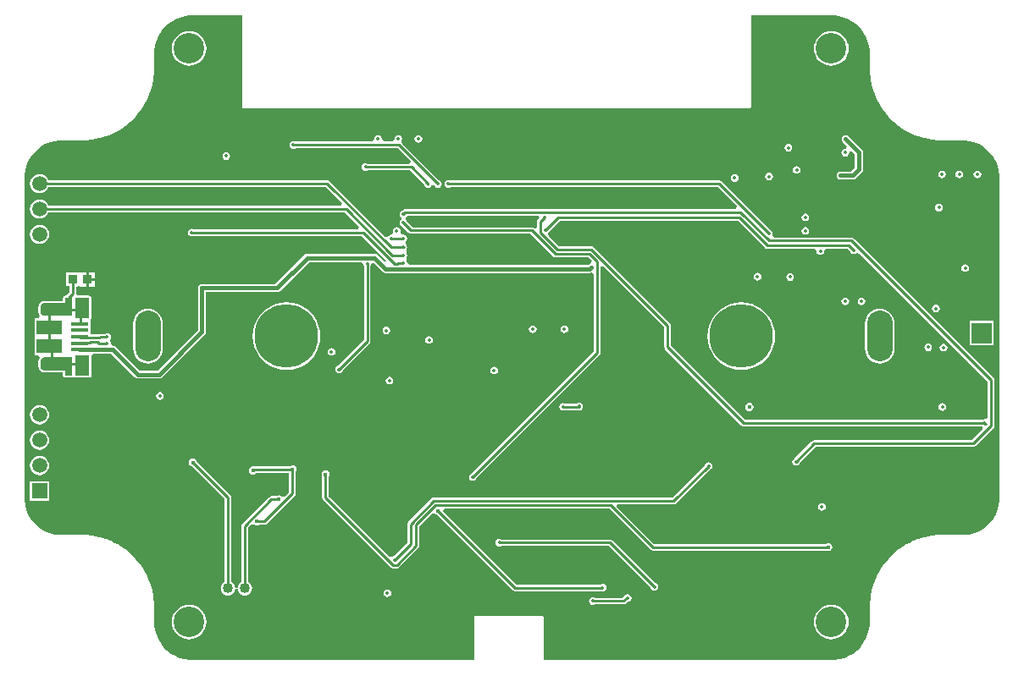
<source format=gbl>
G04*
G04 #@! TF.GenerationSoftware,Altium Limited,Altium Designer,21.6.4 (81)*
G04*
G04 Layer_Physical_Order=4*
G04 Layer_Color=16711680*
%FSLAX25Y25*%
%MOIN*%
G70*
G04*
G04 #@! TF.SameCoordinates,D92126B2-5F21-4161-9152-1B55B43E0DBD*
G04*
G04*
G04 #@! TF.FilePolarity,Positive*
G04*
G01*
G75*
%ADD11C,0.01000*%
%ADD21R,0.03800X0.03700*%
%ADD98C,0.00847*%
%ADD99C,0.01500*%
%ADD105C,0.04000*%
%ADD106C,0.25000*%
%ADD107O,0.10000X0.20000*%
%ADD108R,0.08000X0.08000*%
%ADD109O,0.06693X0.04724*%
%ADD110O,0.05512X0.03937*%
%ADD111C,0.05906*%
%ADD112R,0.05906X0.05906*%
%ADD113C,0.12000*%
%ADD114C,0.01600*%
%ADD115C,0.01400*%
%ADD127R,0.06890X0.01575*%
%ADD128R,0.09843X0.05610*%
%ADD129R,0.05748X0.07874*%
G36*
X321802Y254659D02*
X323667Y254159D01*
X325451Y253420D01*
X327123Y252455D01*
X328655Y251280D01*
X330020Y249915D01*
X331195Y248383D01*
X332161Y246711D01*
X332899Y244927D01*
X333399Y243062D01*
X333651Y241148D01*
X333651Y240182D01*
Y234277D01*
X333654Y234264D01*
X333651Y234252D01*
X333685Y232900D01*
X333693Y232863D01*
X333689Y232825D01*
X333954Y230133D01*
X333969Y230085D01*
Y230034D01*
X334497Y227382D01*
X334516Y227335D01*
X334521Y227285D01*
X335306Y224697D01*
X335330Y224652D01*
X335340Y224602D01*
X336375Y222104D01*
X336403Y222062D01*
X336418Y222013D01*
X337692Y219628D01*
X337724Y219589D01*
X337744Y219542D01*
X339246Y217294D01*
X339282Y217258D01*
X339306Y217213D01*
X341022Y215123D01*
X341061Y215091D01*
X341089Y215049D01*
X343001Y213136D01*
X343043Y213108D01*
X343075Y213069D01*
X345166Y211353D01*
X345211Y211329D01*
X345246Y211294D01*
X347495Y209791D01*
X347542Y209772D01*
X347581Y209740D01*
X349966Y208465D01*
X350014Y208450D01*
X350057Y208422D01*
X352555Y207387D01*
X352605Y207377D01*
X352649Y207353D01*
X355238Y206568D01*
X355288Y206563D01*
X355334Y206544D01*
X357987Y206016D01*
X358038D01*
X358086Y206002D01*
X360777Y205736D01*
X360815Y205740D01*
X360853Y205732D01*
X362205Y205699D01*
X362217Y205701D01*
X362230Y205698D01*
X371069D01*
X372983Y205446D01*
X374848Y204947D01*
X376632Y204208D01*
X378304Y203242D01*
X379836Y202067D01*
X381201Y200702D01*
X382376Y199170D01*
X383342Y197498D01*
X384081Y195714D01*
X384580Y193849D01*
X384832Y191935D01*
Y190970D01*
Y64986D01*
Y64020D01*
X384580Y62106D01*
X384081Y60241D01*
X383342Y58457D01*
X382376Y56785D01*
X381201Y55254D01*
X379836Y53888D01*
X378304Y52713D01*
X376632Y51748D01*
X374848Y51009D01*
X372983Y50509D01*
X371069Y50257D01*
X370104Y50257D01*
X362230D01*
X362217Y50255D01*
X362205Y50257D01*
X360853Y50224D01*
X360815Y50215D01*
X360777Y50219D01*
X358086Y49954D01*
X358038Y49939D01*
X357987D01*
X355334Y49412D01*
X355288Y49392D01*
X355238Y49387D01*
X352649Y48602D01*
X352605Y48578D01*
X352555Y48568D01*
X350057Y47534D01*
X350014Y47506D01*
X349966Y47491D01*
X347581Y46216D01*
X347542Y46184D01*
X347495Y46164D01*
X345246Y44662D01*
X345211Y44626D01*
X345166Y44602D01*
X343075Y42887D01*
X343043Y42847D01*
X343001Y42819D01*
X341089Y40907D01*
X341061Y40865D01*
X341022Y40833D01*
X339306Y38742D01*
X339282Y38698D01*
X339246Y38662D01*
X337744Y36413D01*
X337724Y36366D01*
X337692Y36327D01*
X336418Y33942D01*
X336403Y33894D01*
X336375Y33852D01*
X335340Y31353D01*
X335330Y31304D01*
X335306Y31259D01*
X334521Y28671D01*
X334516Y28620D01*
X334497Y28574D01*
X333969Y25921D01*
Y25871D01*
X333954Y25822D01*
X333689Y23131D01*
X333693Y23093D01*
X333685Y23056D01*
X333651Y21704D01*
X333654Y21691D01*
X333651Y21678D01*
Y14808D01*
X333399Y12893D01*
X332899Y11028D01*
X332160Y9245D01*
X331195Y7573D01*
X330020Y6041D01*
X328655Y4676D01*
X327123Y3500D01*
X325451Y2535D01*
X323667Y1796D01*
X321802Y1297D01*
X319888Y1044D01*
X205416D01*
Y17700D01*
X205354Y18012D01*
X205177Y18277D01*
X204912Y18454D01*
X204600Y18516D01*
X178800D01*
X178488Y18454D01*
X178223Y18277D01*
X178046Y18012D01*
X177984Y17700D01*
Y1044D01*
X65989D01*
X64075Y1297D01*
X62210Y1796D01*
X60426Y2535D01*
X58754Y3500D01*
X57222Y4676D01*
X55857Y6041D01*
X54682Y7573D01*
X53716Y9245D01*
X52977Y11029D01*
X52478Y12893D01*
X52226Y14808D01*
X52226Y15773D01*
Y21679D01*
X52223Y21691D01*
X52225Y21704D01*
X52192Y23056D01*
X52184Y23093D01*
X52188Y23131D01*
X51923Y25822D01*
X51908Y25871D01*
Y25921D01*
X51380Y28574D01*
X51361Y28620D01*
X51356Y28671D01*
X50571Y31259D01*
X50547Y31304D01*
X50537Y31353D01*
X49502Y33852D01*
X49474Y33894D01*
X49459Y33942D01*
X48184Y36327D01*
X48152Y36366D01*
X48133Y36413D01*
X46630Y38662D01*
X46595Y38698D01*
X46571Y38742D01*
X44855Y40833D01*
X44816Y40865D01*
X44788Y40907D01*
X42875Y42819D01*
X42833Y42847D01*
X42801Y42887D01*
X40711Y44602D01*
X40666Y44626D01*
X40630Y44662D01*
X38382Y46164D01*
X38335Y46184D01*
X38296Y46216D01*
X35911Y47491D01*
X35862Y47506D01*
X35820Y47534D01*
X33322Y48568D01*
X33272Y48578D01*
X33227Y48602D01*
X30639Y49387D01*
X30589Y49392D01*
X30542Y49412D01*
X27890Y49939D01*
X27839D01*
X27791Y49954D01*
X25099Y50219D01*
X25061Y50215D01*
X25024Y50224D01*
X23672Y50257D01*
X23660Y50255D01*
X23647Y50257D01*
X15773Y50257D01*
X14808Y50257D01*
X12893Y50509D01*
X11029Y51009D01*
X9245Y51748D01*
X7573Y52713D01*
X6041Y53888D01*
X4676Y55254D01*
X3500Y56785D01*
X2535Y58457D01*
X1796Y60241D01*
X1297Y62106D01*
X1044Y64020D01*
X1044Y64986D01*
Y190970D01*
X1044Y191935D01*
X1297Y193849D01*
X1796Y195714D01*
X2535Y197498D01*
X3500Y199170D01*
X4676Y200702D01*
X6041Y202067D01*
X7573Y203242D01*
X9245Y204208D01*
X11029Y204947D01*
X12893Y205446D01*
X14808Y205698D01*
X15773Y205698D01*
X23647Y205698D01*
X23660Y205701D01*
X23672Y205699D01*
X25024Y205732D01*
X25061Y205740D01*
X25099Y205736D01*
X27791Y206002D01*
X27839Y206016D01*
X27890D01*
X30542Y206544D01*
X30589Y206563D01*
X30639Y206568D01*
X33227Y207353D01*
X33272Y207377D01*
X33322Y207387D01*
X35820Y208422D01*
X35862Y208450D01*
X35911Y208465D01*
X38296Y209740D01*
X38335Y209772D01*
X38382Y209791D01*
X40630Y211294D01*
X40666Y211329D01*
X40711Y211353D01*
X42801Y213069D01*
X42834Y213108D01*
X42875Y213136D01*
X44788Y215049D01*
X44816Y215091D01*
X44855Y215123D01*
X46571Y217213D01*
X46595Y217258D01*
X46630Y217294D01*
X48133Y219542D01*
X48152Y219589D01*
X48184Y219628D01*
X49459Y222013D01*
X49474Y222062D01*
X49502Y222104D01*
X50537Y224602D01*
X50547Y224652D01*
X50571Y224697D01*
X51356Y227285D01*
X51361Y227335D01*
X51380Y227382D01*
X51908Y230034D01*
Y230085D01*
X51923Y230133D01*
X52188Y232825D01*
X52184Y232863D01*
X52192Y232900D01*
X52225Y234252D01*
X52223Y234264D01*
X52226Y234277D01*
X52226Y240182D01*
X52226Y241148D01*
X52478Y243062D01*
X52977Y244927D01*
X53716Y246711D01*
X54681Y248383D01*
X55857Y249915D01*
X57222Y251280D01*
X58754Y252455D01*
X60426Y253420D01*
X62210Y254159D01*
X64075Y254659D01*
X65989Y254911D01*
X66954D01*
X86684D01*
X86684Y219200D01*
X86746Y218888D01*
X86923Y218623D01*
X87188Y218446D01*
X87500Y218384D01*
X286300Y218384D01*
X286612Y218446D01*
X286877Y218623D01*
X287054Y218888D01*
X287116Y219200D01*
X287116Y254911D01*
X318923D01*
X319888D01*
X321802Y254659D01*
D02*
G37*
%LPC*%
G36*
X318600Y248733D02*
X317267Y248602D01*
X315985Y248213D01*
X314804Y247581D01*
X313768Y246732D01*
X312919Y245696D01*
X312287Y244515D01*
X311898Y243233D01*
X311767Y241900D01*
X311898Y240567D01*
X312287Y239285D01*
X312919Y238104D01*
X313768Y237068D01*
X314804Y236219D01*
X315985Y235587D01*
X317267Y235198D01*
X318600Y235067D01*
X319933Y235198D01*
X321215Y235587D01*
X322396Y236219D01*
X323432Y237068D01*
X324281Y238104D01*
X324913Y239285D01*
X325302Y240567D01*
X325433Y241900D01*
X325302Y243233D01*
X324913Y244515D01*
X324281Y245696D01*
X323432Y246732D01*
X322396Y247581D01*
X321215Y248213D01*
X319933Y248602D01*
X318600Y248733D01*
D02*
G37*
G36*
X65900D02*
X64567Y248602D01*
X63285Y248213D01*
X62104Y247581D01*
X61068Y246732D01*
X60219Y245696D01*
X59587Y244515D01*
X59198Y243233D01*
X59067Y241900D01*
X59198Y240567D01*
X59587Y239285D01*
X60219Y238104D01*
X61068Y237068D01*
X62104Y236219D01*
X63285Y235587D01*
X64567Y235198D01*
X65900Y235067D01*
X67233Y235198D01*
X68515Y235587D01*
X69696Y236219D01*
X70732Y237068D01*
X71581Y238104D01*
X72213Y239285D01*
X72602Y240567D01*
X72733Y241900D01*
X72602Y243233D01*
X72213Y244515D01*
X71581Y245696D01*
X70732Y246732D01*
X69696Y247581D01*
X68515Y248213D01*
X67233Y248602D01*
X65900Y248733D01*
D02*
G37*
G36*
X148200Y207829D02*
X147615Y207713D01*
X147119Y207381D01*
X146787Y206885D01*
X146671Y206300D01*
X146685Y206225D01*
X146003Y205225D01*
X142397D01*
X141715Y206225D01*
X141729Y206300D01*
X141613Y206885D01*
X141281Y207381D01*
X140785Y207713D01*
X140200Y207829D01*
X139615Y207713D01*
X139119Y207381D01*
X138787Y206885D01*
X138671Y206300D01*
X138685Y206225D01*
X138003Y205225D01*
X107616D01*
X107485Y205313D01*
X106900Y205429D01*
X106315Y205313D01*
X105819Y204981D01*
X105487Y204485D01*
X105371Y203900D01*
X105487Y203315D01*
X105819Y202819D01*
X106315Y202487D01*
X106900Y202371D01*
X107485Y202487D01*
X107616Y202574D01*
X147951D01*
X153000Y197526D01*
X152586Y196526D01*
X136016D01*
X135885Y196613D01*
X135300Y196729D01*
X134715Y196613D01*
X134219Y196281D01*
X133887Y195785D01*
X133771Y195200D01*
X133887Y194615D01*
X134219Y194119D01*
X134715Y193787D01*
X135300Y193671D01*
X135885Y193787D01*
X136016Y193875D01*
X152751D01*
X158456Y188169D01*
X158487Y188015D01*
X158819Y187519D01*
X159315Y187187D01*
X159900Y187071D01*
X160485Y187187D01*
X160981Y187519D01*
X161226Y187885D01*
X161381Y187944D01*
X162387Y188015D01*
X162719Y187519D01*
X163215Y187187D01*
X163800Y187071D01*
X164385Y187187D01*
X164881Y187519D01*
X165213Y188015D01*
X165329Y188600D01*
X165213Y189185D01*
X164881Y189681D01*
X164385Y190013D01*
X164231Y190044D01*
X149857Y204417D01*
X149463Y204966D01*
X149613Y205715D01*
X149729Y206300D01*
X149613Y206885D01*
X149281Y207381D01*
X148785Y207713D01*
X148200Y207829D01*
D02*
G37*
G36*
X156100D02*
X155515Y207713D01*
X155019Y207381D01*
X154687Y206885D01*
X154571Y206300D01*
X154687Y205715D01*
X155019Y205219D01*
X155515Y204887D01*
X156100Y204771D01*
X156685Y204887D01*
X157181Y205219D01*
X157513Y205715D01*
X157629Y206300D01*
X157513Y206885D01*
X157181Y207381D01*
X156685Y207713D01*
X156100Y207829D01*
D02*
G37*
G36*
X324200Y207780D02*
X323595Y207660D01*
X323082Y207317D01*
X322740Y206805D01*
X322620Y206200D01*
X322740Y205595D01*
X323082Y205083D01*
X324869Y203296D01*
X324376Y202374D01*
X324100Y202429D01*
X323515Y202313D01*
X323019Y201981D01*
X322687Y201485D01*
X322571Y200900D01*
X322687Y200315D01*
X323019Y199819D01*
X323515Y199487D01*
X324100Y199371D01*
X324685Y199487D01*
X325181Y199819D01*
X325513Y200315D01*
X325629Y200900D01*
X325574Y201176D01*
X326496Y201669D01*
X327920Y200245D01*
Y194955D01*
X326445Y193480D01*
X322200D01*
X321595Y193360D01*
X321082Y193017D01*
X320740Y192505D01*
X320620Y191900D01*
X320740Y191295D01*
X321082Y190782D01*
X321595Y190440D01*
X322200Y190320D01*
X327100D01*
X327705Y190440D01*
X328218Y190782D01*
X330617Y193183D01*
X330960Y193695D01*
X331080Y194300D01*
Y200900D01*
X330960Y201505D01*
X330617Y202017D01*
X325318Y207317D01*
X324805Y207660D01*
X324200Y207780D01*
D02*
G37*
G36*
X301700Y204329D02*
X301115Y204213D01*
X300619Y203881D01*
X300287Y203385D01*
X300171Y202800D01*
X300287Y202215D01*
X300619Y201719D01*
X301115Y201387D01*
X301700Y201271D01*
X302285Y201387D01*
X302781Y201719D01*
X303113Y202215D01*
X303229Y202800D01*
X303113Y203385D01*
X302781Y203881D01*
X302285Y204213D01*
X301700Y204329D01*
D02*
G37*
G36*
X80500Y201129D02*
X79915Y201013D01*
X79419Y200681D01*
X79087Y200185D01*
X78971Y199600D01*
X79087Y199015D01*
X79419Y198519D01*
X79915Y198187D01*
X80500Y198071D01*
X81085Y198187D01*
X81581Y198519D01*
X81913Y199015D01*
X82029Y199600D01*
X81913Y200185D01*
X81581Y200681D01*
X81085Y201013D01*
X80500Y201129D01*
D02*
G37*
G36*
X305000Y195629D02*
X304415Y195513D01*
X303919Y195181D01*
X303587Y194685D01*
X303471Y194100D01*
X303587Y193515D01*
X303919Y193019D01*
X304415Y192687D01*
X305000Y192571D01*
X305585Y192687D01*
X306081Y193019D01*
X306413Y193515D01*
X306529Y194100D01*
X306413Y194685D01*
X306081Y195181D01*
X305585Y195513D01*
X305000Y195629D01*
D02*
G37*
G36*
X376100Y193829D02*
X375515Y193713D01*
X375019Y193381D01*
X374687Y192885D01*
X374571Y192300D01*
X374687Y191715D01*
X375019Y191219D01*
X375515Y190887D01*
X376100Y190771D01*
X376685Y190887D01*
X377181Y191219D01*
X377513Y191715D01*
X377629Y192300D01*
X377513Y192885D01*
X377181Y193381D01*
X376685Y193713D01*
X376100Y193829D01*
D02*
G37*
G36*
X369000D02*
X368415Y193713D01*
X367919Y193381D01*
X367587Y192885D01*
X367471Y192300D01*
X367587Y191715D01*
X367919Y191219D01*
X368415Y190887D01*
X369000Y190771D01*
X369585Y190887D01*
X370081Y191219D01*
X370413Y191715D01*
X370529Y192300D01*
X370413Y192885D01*
X370081Y193381D01*
X369585Y193713D01*
X369000Y193829D01*
D02*
G37*
G36*
X362200D02*
X361615Y193713D01*
X361119Y193381D01*
X360787Y192885D01*
X360671Y192300D01*
X360787Y191715D01*
X361119Y191219D01*
X361615Y190887D01*
X362200Y190771D01*
X362785Y190887D01*
X363281Y191219D01*
X363613Y191715D01*
X363729Y192300D01*
X363613Y192885D01*
X363281Y193381D01*
X362785Y193713D01*
X362200Y193829D01*
D02*
G37*
G36*
X294100Y193029D02*
X293515Y192913D01*
X293019Y192581D01*
X292687Y192085D01*
X292571Y191500D01*
X292687Y190915D01*
X293019Y190419D01*
X293515Y190087D01*
X294100Y189971D01*
X294685Y190087D01*
X295181Y190419D01*
X295513Y190915D01*
X295629Y191500D01*
X295513Y192085D01*
X295181Y192581D01*
X294685Y192913D01*
X294100Y193029D01*
D02*
G37*
G36*
X280600Y192429D02*
X280015Y192313D01*
X279519Y191981D01*
X279187Y191485D01*
X279071Y190900D01*
X279187Y190315D01*
X279519Y189819D01*
X280015Y189487D01*
X280600Y189371D01*
X281185Y189487D01*
X281681Y189819D01*
X282013Y190315D01*
X282129Y190900D01*
X282013Y191485D01*
X281681Y191981D01*
X281185Y192313D01*
X280600Y192429D01*
D02*
G37*
G36*
X7000Y192485D02*
X6020Y192356D01*
X5107Y191978D01*
X4324Y191376D01*
X3722Y190593D01*
X3344Y189680D01*
X3215Y188700D01*
X3344Y187720D01*
X3722Y186807D01*
X4324Y186023D01*
X5107Y185422D01*
X6020Y185044D01*
X7000Y184915D01*
X7980Y185044D01*
X8893Y185422D01*
X9676Y186023D01*
X10278Y186807D01*
X10513Y187374D01*
X119674D01*
X126099Y180949D01*
X125716Y180025D01*
X10513D01*
X10278Y180593D01*
X9676Y181377D01*
X8893Y181978D01*
X7980Y182356D01*
X7000Y182485D01*
X6020Y182356D01*
X5107Y181978D01*
X4324Y181377D01*
X3722Y180593D01*
X3344Y179680D01*
X3215Y178700D01*
X3344Y177720D01*
X3722Y176807D01*
X4324Y176023D01*
X5107Y175422D01*
X6020Y175044D01*
X7000Y174915D01*
X7980Y175044D01*
X8893Y175422D01*
X9676Y176023D01*
X10278Y176807D01*
X10513Y177374D01*
X127128D01*
X132854Y171649D01*
X132471Y170726D01*
X67616D01*
X67485Y170813D01*
X66900Y170929D01*
X66315Y170813D01*
X65819Y170481D01*
X65487Y169985D01*
X65371Y169400D01*
X65487Y168815D01*
X65819Y168319D01*
X66315Y167987D01*
X66900Y167871D01*
X67485Y167987D01*
X67616Y168075D01*
X133883D01*
X143521Y158436D01*
X143192Y157351D01*
X143185Y157350D01*
X140004Y160531D01*
X139491Y160874D01*
X138886Y160994D01*
X112334D01*
X111729Y160874D01*
X111216Y160531D01*
X99865Y149180D01*
X70900D01*
X70295Y149060D01*
X69783Y148717D01*
X69440Y148205D01*
X69320Y147600D01*
Y130955D01*
X53445Y115080D01*
X46352D01*
X37033Y124399D01*
X36520Y124742D01*
X35999Y124846D01*
X35879Y124896D01*
X35129Y125600D01*
X35013Y126185D01*
X34681Y126681D01*
Y127119D01*
X35013Y127615D01*
X35129Y128200D01*
X35013Y128785D01*
X34681Y129281D01*
X34185Y129613D01*
X33600Y129729D01*
X33015Y129613D01*
X32884Y129525D01*
X30825D01*
X30318Y129425D01*
X30201Y129346D01*
X27395D01*
X27095Y129406D01*
Y131931D01*
Y135106D01*
X27095Y135106D01*
X27284Y135568D01*
X27346Y135880D01*
Y143754D01*
X27284Y144067D01*
X27107Y144331D01*
X26843Y144508D01*
X26531Y144570D01*
X22164D01*
X21326Y145334D01*
Y147643D01*
X21564Y147882D01*
X22325Y148297D01*
X23000Y148150D01*
X23617Y148150D01*
X25400D01*
Y151000D01*
Y153850D01*
X23617D01*
X23000Y153850D01*
X22083Y153650D01*
X17300D01*
Y148350D01*
X18675D01*
Y145883D01*
X17483Y144692D01*
X17402Y144570D01*
X17042D01*
X16730Y144508D01*
X16466Y144331D01*
X16289Y144067D01*
X16227Y143754D01*
Y142503D01*
X8972D01*
X8951Y142499D01*
X8930Y142502D01*
X8776Y142494D01*
X8755Y142489D01*
X8733Y142491D01*
X8583Y142475D01*
X8528Y142458D01*
X8471Y142455D01*
X8401Y142438D01*
X8381Y142428D01*
X8360Y142426D01*
X8288Y142404D01*
X8288Y142404D01*
X8147Y142361D01*
X8086Y142329D01*
X8020Y142311D01*
X7871Y142236D01*
X7846Y142216D01*
X7816Y142206D01*
X7678Y142123D01*
X7647Y142095D01*
X7608Y142076D01*
X7482Y141982D01*
X7463Y141960D01*
X7438Y141946D01*
X7319Y141843D01*
X7284Y141798D01*
X7238Y141762D01*
X7132Y141640D01*
X7118Y141616D01*
X7097Y141597D01*
X6999Y141467D01*
X6973Y141415D01*
X6936Y141371D01*
X6857Y141229D01*
X6850Y141208D01*
X6837Y141190D01*
X6766Y141044D01*
X6751Y140986D01*
X6722Y140934D01*
X6671Y140772D01*
X6665Y140725D01*
X6647Y140681D01*
X6624Y140559D01*
X6624Y140535D01*
X6616Y140513D01*
X6596Y140367D01*
X6599Y140334D01*
X6590Y140302D01*
X6582Y140157D01*
X6586Y140135D01*
X6581Y140113D01*
Y138144D01*
X6585Y138125D01*
X6582Y138106D01*
X6590Y137937D01*
X6601Y137893D01*
X6599Y137849D01*
X6624Y137685D01*
X6639Y137645D01*
X6642Y137602D01*
X6683Y137446D01*
X6703Y137407D01*
X6710Y137363D01*
X6769Y137209D01*
X6796Y137167D01*
X6810Y137120D01*
X6877Y136994D01*
X6887Y136982D01*
X6892Y136967D01*
X6963Y136845D01*
X6996Y136808D01*
X7017Y136763D01*
X6824Y136133D01*
X6529Y135794D01*
X5022D01*
Y128584D01*
X5022D01*
Y128216D01*
X5022D01*
Y121005D01*
X6529D01*
X6824Y120667D01*
X7017Y120037D01*
X6996Y119992D01*
X6963Y119955D01*
X6892Y119833D01*
X6887Y119818D01*
X6877Y119806D01*
X6810Y119680D01*
X6796Y119633D01*
X6769Y119590D01*
X6710Y119437D01*
X6703Y119393D01*
X6683Y119354D01*
X6642Y119198D01*
X6639Y119155D01*
X6624Y119115D01*
X6599Y118951D01*
X6601Y118907D01*
X6590Y118863D01*
X6582Y118694D01*
X6585Y118675D01*
X6581Y118656D01*
Y116687D01*
X6585Y116665D01*
X6582Y116643D01*
X6590Y116498D01*
X6599Y116466D01*
X6596Y116432D01*
X6616Y116287D01*
X6624Y116265D01*
X6624Y116241D01*
X6647Y116119D01*
X6665Y116075D01*
X6671Y116027D01*
X6722Y115866D01*
X6751Y115814D01*
X6766Y115756D01*
X6837Y115610D01*
X6850Y115592D01*
X6857Y115571D01*
X6936Y115429D01*
X6973Y115385D01*
X6999Y115333D01*
X7097Y115203D01*
X7118Y115184D01*
X7132Y115160D01*
X7238Y115038D01*
X7284Y115002D01*
X7319Y114957D01*
X7437Y114855D01*
X7463Y114840D01*
X7482Y114818D01*
X7608Y114724D01*
X7647Y114706D01*
X7678Y114677D01*
X7816Y114594D01*
X7846Y114584D01*
X7871Y114564D01*
X8020Y114489D01*
X8086Y114471D01*
X8147Y114439D01*
X8288Y114396D01*
X8360Y114374D01*
X8381Y114372D01*
X8401Y114362D01*
X8471Y114345D01*
X8528Y114342D01*
X8583Y114325D01*
X8733Y114309D01*
X8755Y114311D01*
X8776Y114306D01*
X8930Y114298D01*
X8951Y114301D01*
X8972Y114297D01*
X16227D01*
Y113046D01*
X16289Y112733D01*
X16466Y112469D01*
X16730Y112292D01*
X17042Y112230D01*
X19798D01*
X20111Y112292D01*
X20290Y112412D01*
X20470Y112292D01*
X20783Y112230D01*
X26531D01*
X26843Y112292D01*
X27107Y112469D01*
X27284Y112734D01*
X27346Y113046D01*
Y120920D01*
X28026Y121642D01*
X28133Y121702D01*
X35261D01*
X44580Y112382D01*
X45092Y112040D01*
X45697Y111920D01*
X54100D01*
X54705Y112040D01*
X55217Y112382D01*
X72018Y129183D01*
X72360Y129695D01*
X72480Y130300D01*
Y146020D01*
X100520D01*
X101124Y146140D01*
X101637Y146483D01*
X112988Y157834D01*
X133584D01*
X134471Y157164D01*
X134587Y156579D01*
X134752Y156331D01*
Y127128D01*
X124599Y116974D01*
X124306Y116916D01*
X123810Y116584D01*
X123479Y116088D01*
X123362Y115503D01*
X123479Y114918D01*
X123810Y114421D01*
X124306Y114090D01*
X124892Y113973D01*
X125477Y114090D01*
X125973Y114421D01*
X126305Y114918D01*
X126363Y115210D01*
X136882Y125729D01*
X137153Y126134D01*
X137248Y126611D01*
Y156331D01*
X137413Y156579D01*
X137523Y157130D01*
X137671Y157231D01*
X138462Y157604D01*
X142096Y153969D01*
X142609Y153626D01*
X143214Y153506D01*
X223499D01*
X224104Y153626D01*
X224174Y153673D01*
X225174Y153141D01*
Y122649D01*
X177069Y74544D01*
X176915Y74513D01*
X176419Y74181D01*
X176087Y73685D01*
X175971Y73100D01*
X176087Y72515D01*
X176419Y72019D01*
X176915Y71687D01*
X177500Y71571D01*
X178085Y71687D01*
X178581Y72019D01*
X178913Y72515D01*
X178944Y72669D01*
X227437Y121163D01*
X227725Y121593D01*
X227825Y122100D01*
Y155967D01*
X228749Y156350D01*
X252859Y132240D01*
Y124387D01*
X252960Y123880D01*
X253247Y123450D01*
X283234Y93463D01*
X283664Y93175D01*
X284172Y93075D01*
X377931D01*
X377967Y93037D01*
X378144Y91934D01*
X378119Y91847D01*
X373812Y87541D01*
X311816D01*
X311308Y87440D01*
X310878Y87153D01*
X304269Y80544D01*
X304115Y80513D01*
X303619Y80181D01*
X303287Y79685D01*
X303171Y79100D01*
X303287Y78515D01*
X303619Y78019D01*
X304115Y77687D01*
X304700Y77571D01*
X305285Y77687D01*
X305781Y78019D01*
X306113Y78515D01*
X306144Y78669D01*
X312365Y84890D01*
X374361D01*
X374868Y84991D01*
X375298Y85278D01*
X382337Y92317D01*
X382625Y92747D01*
X382726Y93254D01*
Y111328D01*
X382625Y111836D01*
X382337Y112266D01*
X327466Y167137D01*
X327036Y167425D01*
X326528Y167525D01*
X295955D01*
X295413Y168515D01*
X295529Y169100D01*
X295413Y169685D01*
X295081Y170181D01*
X294585Y170513D01*
X294431Y170544D01*
X275437Y189537D01*
X275007Y189825D01*
X274500Y189926D01*
X168616D01*
X168485Y190013D01*
X167900Y190129D01*
X167315Y190013D01*
X166819Y189681D01*
X166487Y189185D01*
X166371Y188600D01*
X166487Y188015D01*
X166819Y187519D01*
X167315Y187187D01*
X167900Y187071D01*
X168485Y187187D01*
X168616Y187275D01*
X273951D01*
X281576Y179649D01*
X281193Y178726D01*
X150900D01*
X150393Y178625D01*
X149963Y178337D01*
X149769Y178144D01*
X149615Y178113D01*
X149119Y177781D01*
X148787Y177285D01*
X148671Y176700D01*
X148787Y176115D01*
X149119Y175619D01*
X149288Y175506D01*
X149306Y175456D01*
Y174444D01*
X149288Y174394D01*
X149119Y174281D01*
X148787Y173785D01*
X148671Y173200D01*
X148787Y172615D01*
X149119Y172119D01*
X149615Y171787D01*
X149769Y171756D01*
X152263Y169263D01*
X152693Y168975D01*
X153200Y168875D01*
X200263D01*
X209175Y159963D01*
X209605Y159675D01*
X210112Y159574D01*
X222979D01*
X224354Y158200D01*
X224196Y157664D01*
X223931Y157209D01*
X223464Y157116D01*
X222952Y156774D01*
X222844Y156666D01*
X152616D01*
X151729Y157336D01*
X151613Y157921D01*
X151281Y158417D01*
Y159419D01*
X151613Y159915D01*
X151729Y160500D01*
X151613Y161085D01*
X151281Y161581D01*
Y162519D01*
X151613Y163015D01*
X151729Y163600D01*
X151613Y164185D01*
X151281Y164681D01*
X151210Y164729D01*
Y165871D01*
X151281Y165919D01*
X151613Y166415D01*
X151729Y167000D01*
X151613Y167585D01*
X151281Y168081D01*
X150785Y168413D01*
X150200Y168529D01*
X149615Y168413D01*
X149011Y169212D01*
X148953Y169325D01*
X149013Y169415D01*
X149129Y170000D01*
X149013Y170585D01*
X148681Y171081D01*
X148185Y171413D01*
X147600Y171529D01*
X147015Y171413D01*
X146519Y171081D01*
X146187Y170585D01*
X146071Y170000D01*
X146187Y169415D01*
X146189Y169412D01*
X145588Y168512D01*
X145500Y168529D01*
X144915Y168413D01*
X144419Y168081D01*
X144303Y167909D01*
X143317Y167679D01*
X143091Y167706D01*
X121160Y189637D01*
X120730Y189925D01*
X120223Y190025D01*
X10513D01*
X10278Y190593D01*
X9676Y191376D01*
X8893Y191978D01*
X7980Y192356D01*
X7000Y192485D01*
D02*
G37*
G36*
X361000Y180729D02*
X360415Y180613D01*
X359919Y180281D01*
X359587Y179785D01*
X359471Y179200D01*
X359587Y178615D01*
X359919Y178119D01*
X360415Y177787D01*
X361000Y177671D01*
X361585Y177787D01*
X362081Y178119D01*
X362413Y178615D01*
X362529Y179200D01*
X362413Y179785D01*
X362081Y180281D01*
X361585Y180613D01*
X361000Y180729D01*
D02*
G37*
G36*
X308400Y176929D02*
X307815Y176813D01*
X307319Y176481D01*
X306987Y175985D01*
X306871Y175400D01*
X306987Y174815D01*
X307319Y174319D01*
X307815Y173987D01*
X308400Y173871D01*
X308985Y173987D01*
X309481Y174319D01*
X309813Y174815D01*
X309929Y175400D01*
X309813Y175985D01*
X309481Y176481D01*
X308985Y176813D01*
X308400Y176929D01*
D02*
G37*
G36*
Y171629D02*
X307815Y171513D01*
X307319Y171181D01*
X306987Y170685D01*
X306871Y170100D01*
X306987Y169515D01*
X307319Y169019D01*
X307815Y168687D01*
X308400Y168571D01*
X308985Y168687D01*
X309481Y169019D01*
X309813Y169515D01*
X309929Y170100D01*
X309813Y170685D01*
X309481Y171181D01*
X308985Y171513D01*
X308400Y171629D01*
D02*
G37*
G36*
X7000Y172485D02*
X6020Y172356D01*
X5107Y171978D01*
X4324Y171377D01*
X3722Y170593D01*
X3344Y169680D01*
X3215Y168700D01*
X3344Y167720D01*
X3722Y166807D01*
X4324Y166024D01*
X5107Y165422D01*
X6020Y165044D01*
X7000Y164915D01*
X7980Y165044D01*
X8893Y165422D01*
X9676Y166024D01*
X10278Y166807D01*
X10656Y167720D01*
X10785Y168700D01*
X10656Y169680D01*
X10278Y170593D01*
X9676Y171377D01*
X8893Y171978D01*
X7980Y172356D01*
X7000Y172485D01*
D02*
G37*
G36*
X371300Y156929D02*
X370715Y156813D01*
X370219Y156481D01*
X369887Y155985D01*
X369771Y155400D01*
X369887Y154815D01*
X370219Y154319D01*
X370715Y153987D01*
X371300Y153871D01*
X371885Y153987D01*
X372381Y154319D01*
X372713Y154815D01*
X372829Y155400D01*
X372713Y155985D01*
X372381Y156481D01*
X371885Y156813D01*
X371300Y156929D01*
D02*
G37*
G36*
X26400Y153850D02*
Y151500D01*
X28800D01*
Y153850D01*
X26400D01*
D02*
G37*
G36*
X28800Y150500D02*
X26400D01*
Y148150D01*
X28800D01*
Y150500D01*
D02*
G37*
G36*
X359800Y141029D02*
X359215Y140913D01*
X358719Y140581D01*
X358387Y140085D01*
X358271Y139500D01*
X358387Y138915D01*
X358719Y138419D01*
X359215Y138087D01*
X359800Y137971D01*
X360385Y138087D01*
X360881Y138419D01*
X361213Y138915D01*
X361329Y139500D01*
X361213Y140085D01*
X360881Y140581D01*
X360385Y140913D01*
X359800Y141029D01*
D02*
G37*
G36*
X213581Y132848D02*
X212996Y132731D01*
X212500Y132400D01*
X212169Y131904D01*
X212052Y131319D01*
X212169Y130733D01*
X212500Y130237D01*
X212996Y129906D01*
X213581Y129789D01*
X214167Y129906D01*
X214663Y130237D01*
X214994Y130733D01*
X215111Y131319D01*
X214994Y131904D01*
X214663Y132400D01*
X214167Y132731D01*
X213581Y132848D01*
D02*
G37*
G36*
X201100Y132829D02*
X200515Y132713D01*
X200019Y132381D01*
X199687Y131885D01*
X199571Y131300D01*
X199687Y130715D01*
X200019Y130219D01*
X200515Y129887D01*
X201100Y129771D01*
X201685Y129887D01*
X202181Y130219D01*
X202513Y130715D01*
X202629Y131300D01*
X202513Y131885D01*
X202181Y132381D01*
X201685Y132713D01*
X201100Y132829D01*
D02*
G37*
G36*
X143500Y132329D02*
X142915Y132213D01*
X142419Y131881D01*
X142087Y131385D01*
X141971Y130800D01*
X142087Y130215D01*
X142419Y129719D01*
X142915Y129387D01*
X143500Y129271D01*
X144085Y129387D01*
X144581Y129719D01*
X144913Y130215D01*
X145029Y130800D01*
X144913Y131385D01*
X144581Y131881D01*
X144085Y132213D01*
X143500Y132329D01*
D02*
G37*
G36*
X160300Y128629D02*
X159715Y128513D01*
X159219Y128181D01*
X158887Y127685D01*
X158771Y127100D01*
X158887Y126515D01*
X159219Y126019D01*
X159715Y125687D01*
X160300Y125571D01*
X160885Y125687D01*
X161381Y126019D01*
X161713Y126515D01*
X161829Y127100D01*
X161713Y127685D01*
X161381Y128181D01*
X160885Y128513D01*
X160300Y128629D01*
D02*
G37*
G36*
X382600Y134600D02*
X373000D01*
Y125000D01*
X382600D01*
Y134600D01*
D02*
G37*
G36*
X121924Y123929D02*
X121338Y123813D01*
X120842Y123481D01*
X120511Y122985D01*
X120394Y122400D01*
X120511Y121815D01*
X120842Y121319D01*
X121338Y120987D01*
X121924Y120871D01*
X122509Y120987D01*
X123005Y121319D01*
X123337Y121815D01*
X123453Y122400D01*
X123337Y122985D01*
X123005Y123481D01*
X122509Y123813D01*
X121924Y123929D01*
D02*
G37*
G36*
X49704Y139428D02*
X48567Y139316D01*
X47474Y138984D01*
X46466Y138446D01*
X45583Y137721D01*
X44858Y136838D01*
X44319Y135830D01*
X43988Y134737D01*
X43876Y133600D01*
Y123600D01*
X43988Y122463D01*
X44319Y121370D01*
X44858Y120362D01*
X45583Y119479D01*
X46466Y118754D01*
X47474Y118216D01*
X48567Y117884D01*
X49704Y117772D01*
X50841Y117884D01*
X51934Y118216D01*
X52942Y118754D01*
X53825Y119479D01*
X54550Y120362D01*
X55088Y121370D01*
X55420Y122463D01*
X55532Y123600D01*
Y133600D01*
X55420Y134737D01*
X55088Y135830D01*
X54550Y136838D01*
X53825Y137721D01*
X52942Y138446D01*
X51934Y138984D01*
X50841Y139316D01*
X49704Y139428D01*
D02*
G37*
G36*
X104232Y141941D02*
X102145Y141777D01*
X100109Y141288D01*
X98175Y140487D01*
X96390Y139393D01*
X94798Y138034D01*
X93438Y136442D01*
X92344Y134657D01*
X91543Y132723D01*
X91055Y130687D01*
X90890Y128600D01*
X91055Y126513D01*
X91543Y124477D01*
X92344Y122543D01*
X93438Y120758D01*
X94798Y119166D01*
X96390Y117807D01*
X98175Y116713D01*
X100109Y115912D01*
X102145Y115423D01*
X104232Y115259D01*
X106318Y115423D01*
X108354Y115912D01*
X110288Y116713D01*
X112073Y117807D01*
X113665Y119166D01*
X115025Y120758D01*
X116119Y122543D01*
X116920Y124477D01*
X117408Y126513D01*
X117573Y128600D01*
X117408Y130687D01*
X116920Y132723D01*
X116119Y134657D01*
X115025Y136442D01*
X113665Y138034D01*
X112073Y139393D01*
X110288Y140487D01*
X108354Y141288D01*
X106318Y141777D01*
X104232Y141941D01*
D02*
G37*
G36*
X185900Y116629D02*
X185315Y116513D01*
X184819Y116181D01*
X184487Y115685D01*
X184371Y115100D01*
X184487Y114515D01*
X184819Y114019D01*
X185315Y113687D01*
X185900Y113571D01*
X186485Y113687D01*
X186981Y114019D01*
X187313Y114515D01*
X187429Y115100D01*
X187313Y115685D01*
X186981Y116181D01*
X186485Y116513D01*
X185900Y116629D01*
D02*
G37*
G36*
X144700Y112629D02*
X144115Y112513D01*
X143619Y112181D01*
X143287Y111685D01*
X143171Y111100D01*
X143287Y110515D01*
X143619Y110019D01*
X144115Y109687D01*
X144700Y109571D01*
X145285Y109687D01*
X145781Y110019D01*
X146113Y110515D01*
X146229Y111100D01*
X146113Y111685D01*
X145781Y112181D01*
X145285Y112513D01*
X144700Y112629D01*
D02*
G37*
G36*
X54368Y106529D02*
X53783Y106413D01*
X53286Y106081D01*
X52955Y105585D01*
X52839Y105000D01*
X52955Y104415D01*
X53286Y103919D01*
X53783Y103587D01*
X54368Y103471D01*
X54953Y103587D01*
X55449Y103919D01*
X55781Y104415D01*
X55897Y105000D01*
X55781Y105585D01*
X55449Y106081D01*
X54953Y106413D01*
X54368Y106529D01*
D02*
G37*
G36*
X219400Y102429D02*
X218815Y102313D01*
X218592Y102164D01*
X213652D01*
X213612Y102191D01*
X213027Y102307D01*
X212442Y102191D01*
X211946Y101859D01*
X211614Y101363D01*
X211498Y100778D01*
X211614Y100192D01*
X211946Y99696D01*
X212442Y99365D01*
X213027Y99248D01*
X213612Y99365D01*
X213835Y99513D01*
X218775D01*
X218815Y99487D01*
X219400Y99371D01*
X219985Y99487D01*
X220481Y99819D01*
X220813Y100315D01*
X220929Y100900D01*
X220813Y101485D01*
X220481Y101981D01*
X219985Y102313D01*
X219400Y102429D01*
D02*
G37*
G36*
X7000Y101385D02*
X6020Y101256D01*
X5107Y100878D01*
X4324Y100277D01*
X3722Y99493D01*
X3344Y98580D01*
X3215Y97600D01*
X3344Y96620D01*
X3722Y95707D01*
X4324Y94924D01*
X5107Y94322D01*
X6020Y93944D01*
X7000Y93815D01*
X7980Y93944D01*
X8893Y94322D01*
X9676Y94924D01*
X10278Y95707D01*
X10656Y96620D01*
X10785Y97600D01*
X10656Y98580D01*
X10278Y99493D01*
X9676Y100277D01*
X8893Y100878D01*
X7980Y101256D01*
X7000Y101385D01*
D02*
G37*
G36*
Y91385D02*
X6020Y91256D01*
X5107Y90878D01*
X4324Y90276D01*
X3722Y89493D01*
X3344Y88580D01*
X3215Y87600D01*
X3344Y86620D01*
X3722Y85707D01*
X4324Y84923D01*
X5107Y84322D01*
X6020Y83944D01*
X7000Y83815D01*
X7980Y83944D01*
X8893Y84322D01*
X9676Y84923D01*
X10278Y85707D01*
X10656Y86620D01*
X10785Y87600D01*
X10656Y88580D01*
X10278Y89493D01*
X9676Y90276D01*
X8893Y90878D01*
X7980Y91256D01*
X7000Y91385D01*
D02*
G37*
G36*
Y81385D02*
X6020Y81256D01*
X5107Y80878D01*
X4324Y80277D01*
X3722Y79493D01*
X3344Y78580D01*
X3215Y77600D01*
X3344Y76620D01*
X3722Y75707D01*
X4324Y74923D01*
X5107Y74322D01*
X6020Y73944D01*
X7000Y73815D01*
X7980Y73944D01*
X8893Y74322D01*
X9676Y74923D01*
X10278Y75707D01*
X10656Y76620D01*
X10785Y77600D01*
X10656Y78580D01*
X10278Y79493D01*
X9676Y80277D01*
X8893Y80878D01*
X7980Y81256D01*
X7000Y81385D01*
D02*
G37*
G36*
X10753Y71353D02*
X3247D01*
Y63847D01*
X10753D01*
Y71353D01*
D02*
G37*
G36*
X314900Y62829D02*
X314315Y62713D01*
X313819Y62381D01*
X313487Y61885D01*
X313371Y61300D01*
X313487Y60715D01*
X313819Y60219D01*
X314315Y59887D01*
X314900Y59771D01*
X315485Y59887D01*
X315981Y60219D01*
X316313Y60715D01*
X316429Y61300D01*
X316313Y61885D01*
X315981Y62381D01*
X315485Y62713D01*
X314900Y62829D01*
D02*
G37*
G36*
X67393Y80423D02*
X66769Y80299D01*
X66240Y79945D01*
X65886Y79416D01*
X65762Y78792D01*
X65886Y78167D01*
X66240Y77638D01*
X66769Y77284D01*
X67090Y77221D01*
X79874Y64436D01*
Y31682D01*
X79788Y31646D01*
X79203Y31197D01*
X78754Y30612D01*
X78472Y29931D01*
X78376Y29200D01*
X78472Y28469D01*
X78754Y27788D01*
X79203Y27203D01*
X79788Y26754D01*
X80469Y26472D01*
X81200Y26376D01*
X81931Y26472D01*
X82612Y26754D01*
X83197Y27203D01*
X83646Y27788D01*
X83928Y28469D01*
X83996Y28984D01*
X85004D01*
X85072Y28469D01*
X85354Y27788D01*
X85803Y27203D01*
X86388Y26754D01*
X87069Y26472D01*
X87800Y26376D01*
X88531Y26472D01*
X89212Y26754D01*
X89797Y27203D01*
X90246Y27788D01*
X90528Y28469D01*
X90624Y29200D01*
X90528Y29931D01*
X90246Y30612D01*
X89797Y31197D01*
X89212Y31646D01*
X89126Y31682D01*
Y53221D01*
X90287Y54382D01*
X91447Y54447D01*
X91976Y54093D01*
X92600Y53969D01*
X93224Y54093D01*
X93496Y54274D01*
X95570D01*
X96077Y54375D01*
X96507Y54663D01*
X107537Y65693D01*
X107825Y66123D01*
X107925Y66630D01*
Y75204D01*
X108107Y75476D01*
X108231Y76100D01*
X108107Y76724D01*
X107754Y77254D01*
X107224Y77607D01*
X106600Y77731D01*
X105976Y77607D01*
X105704Y77425D01*
X91562D01*
X91055Y77325D01*
X91050Y77321D01*
X91000Y77331D01*
X90376Y77207D01*
X89846Y76854D01*
X89493Y76324D01*
X89369Y75700D01*
X89493Y75076D01*
X89846Y74546D01*
X90376Y74193D01*
X91000Y74069D01*
X91624Y74193D01*
X92154Y74546D01*
X92306Y74774D01*
X105274D01*
Y67179D01*
X103563Y65468D01*
X102403Y65403D01*
X101874Y65757D01*
X101250Y65881D01*
X100626Y65757D01*
X100354Y65575D01*
X98280D01*
X97773Y65475D01*
X97343Y65187D01*
X86863Y54707D01*
X86575Y54277D01*
X86475Y53770D01*
Y31682D01*
X86388Y31646D01*
X85803Y31197D01*
X85354Y30612D01*
X85072Y29931D01*
X85004Y29416D01*
X83996D01*
X83928Y29931D01*
X83646Y30612D01*
X83197Y31197D01*
X82612Y31646D01*
X82525Y31682D01*
Y64985D01*
X82425Y65492D01*
X82137Y65922D01*
X68964Y79095D01*
X68901Y79416D01*
X68547Y79945D01*
X68018Y80299D01*
X67393Y80423D01*
D02*
G37*
G36*
X270300Y78929D02*
X269715Y78813D01*
X269219Y78481D01*
X268887Y77985D01*
X268856Y77831D01*
X256051Y65026D01*
X162185D01*
X161677Y64925D01*
X161247Y64637D01*
X152040Y55430D01*
X151753Y55000D01*
X151652Y54493D01*
Y47226D01*
X146369Y41944D01*
X146215Y41913D01*
X145719Y41581D01*
X144615Y41731D01*
X120925Y65421D01*
Y73204D01*
X121107Y73476D01*
X121231Y74100D01*
X121107Y74724D01*
X120754Y75253D01*
X120224Y75607D01*
X119600Y75731D01*
X118976Y75607D01*
X118447Y75253D01*
X118093Y74724D01*
X117969Y74100D01*
X118093Y73476D01*
X118274Y73204D01*
Y64872D01*
X118375Y64364D01*
X118663Y63934D01*
X145034Y37563D01*
X145464Y37275D01*
X145972Y37174D01*
X147628D01*
X148136Y37275D01*
X148566Y37563D01*
X156217Y45214D01*
X156504Y45644D01*
X156605Y46151D01*
Y53700D01*
X161487Y58582D01*
X162646Y58647D01*
X163176Y58293D01*
X163496Y58229D01*
X193163Y28563D01*
X193593Y28275D01*
X194100Y28174D01*
X227884D01*
X228015Y28087D01*
X228600Y27971D01*
X229185Y28087D01*
X229681Y28419D01*
X230013Y28915D01*
X230129Y29500D01*
X230013Y30085D01*
X229681Y30581D01*
X229185Y30913D01*
X228600Y31029D01*
X228015Y30913D01*
X227884Y30825D01*
X194649D01*
X165900Y59575D01*
X166314Y60575D01*
X231342D01*
X247354Y44563D01*
X247784Y44275D01*
X248291Y44175D01*
X316518D01*
X316790Y43993D01*
X317414Y43869D01*
X318039Y43993D01*
X318568Y44346D01*
X318921Y44876D01*
X319046Y45500D01*
X318921Y46124D01*
X318568Y46654D01*
X318039Y47007D01*
X317414Y47131D01*
X316790Y47007D01*
X316518Y46826D01*
X248840D01*
X234215Y61451D01*
X234597Y62375D01*
X256600D01*
X257107Y62475D01*
X257537Y62763D01*
X270731Y75956D01*
X270885Y75987D01*
X271381Y76319D01*
X271713Y76815D01*
X271829Y77400D01*
X271713Y77985D01*
X271381Y78481D01*
X270885Y78813D01*
X270300Y78929D01*
D02*
G37*
G36*
X188000Y48729D02*
X187415Y48613D01*
X186919Y48281D01*
X186587Y47785D01*
X186471Y47200D01*
X186587Y46615D01*
X186919Y46119D01*
X187415Y45787D01*
X188000Y45671D01*
X188585Y45787D01*
X188716Y45875D01*
X231051D01*
X247556Y29369D01*
X247587Y29215D01*
X247919Y28719D01*
X248415Y28387D01*
X249000Y28271D01*
X249585Y28387D01*
X250081Y28719D01*
X250413Y29215D01*
X250529Y29800D01*
X250413Y30385D01*
X250081Y30881D01*
X249585Y31213D01*
X249431Y31244D01*
X232537Y48137D01*
X232107Y48425D01*
X231600Y48526D01*
X188716D01*
X188585Y48613D01*
X188000Y48729D01*
D02*
G37*
G36*
X143918Y28842D02*
X143332Y28725D01*
X142836Y28394D01*
X142505Y27898D01*
X142388Y27312D01*
X142505Y26727D01*
X142836Y26231D01*
X143332Y25900D01*
X143918Y25783D01*
X144503Y25900D01*
X144999Y26231D01*
X145331Y26727D01*
X145447Y27312D01*
X145331Y27898D01*
X144999Y28394D01*
X144503Y28725D01*
X143918Y28842D01*
D02*
G37*
G36*
X238500Y26929D02*
X237915Y26813D01*
X237676Y26654D01*
X237530Y26625D01*
X237100Y26337D01*
X236289Y25526D01*
X225516D01*
X225385Y25613D01*
X224800Y25729D01*
X224215Y25613D01*
X223719Y25281D01*
X223387Y24785D01*
X223271Y24200D01*
X223387Y23615D01*
X223719Y23119D01*
X224215Y22787D01*
X224800Y22671D01*
X225385Y22787D01*
X225516Y22874D01*
X236838D01*
X237345Y22975D01*
X237775Y23263D01*
X238402Y23890D01*
X238500Y23871D01*
X239085Y23987D01*
X239581Y24319D01*
X239913Y24815D01*
X240029Y25400D01*
X239913Y25985D01*
X239581Y26481D01*
X239085Y26813D01*
X238500Y26929D01*
D02*
G37*
G36*
X318600Y22833D02*
X317267Y22702D01*
X315985Y22313D01*
X314804Y21681D01*
X313768Y20832D01*
X312919Y19796D01*
X312287Y18615D01*
X311898Y17333D01*
X311767Y16000D01*
X311898Y14667D01*
X312287Y13385D01*
X312919Y12204D01*
X313768Y11168D01*
X314804Y10319D01*
X315985Y9687D01*
X317267Y9298D01*
X318600Y9167D01*
X319933Y9298D01*
X321215Y9687D01*
X322396Y10319D01*
X323432Y11168D01*
X324281Y12204D01*
X324913Y13385D01*
X325302Y14667D01*
X325433Y16000D01*
X325302Y17333D01*
X324913Y18615D01*
X324281Y19796D01*
X323432Y20832D01*
X322396Y21681D01*
X321215Y22313D01*
X319933Y22702D01*
X318600Y22833D01*
D02*
G37*
G36*
X65900D02*
X64567Y22702D01*
X63285Y22313D01*
X62104Y21681D01*
X61068Y20832D01*
X60219Y19796D01*
X59587Y18615D01*
X59198Y17333D01*
X59067Y16000D01*
X59198Y14667D01*
X59587Y13385D01*
X60219Y12204D01*
X61068Y11168D01*
X62104Y10319D01*
X63285Y9687D01*
X64567Y9298D01*
X65900Y9167D01*
X67233Y9298D01*
X68515Y9687D01*
X69696Y10319D01*
X70732Y11168D01*
X71581Y12204D01*
X72213Y13385D01*
X72602Y14667D01*
X72733Y16000D01*
X72602Y17333D01*
X72213Y18615D01*
X71581Y19796D01*
X70732Y20832D01*
X69696Y21681D01*
X68515Y22313D01*
X67233Y22702D01*
X65900Y22833D01*
D02*
G37*
%LPD*%
G36*
X203700Y175075D02*
X203201Y174575D01*
X202913Y174145D01*
X202812Y173638D01*
Y171381D01*
X201888Y170998D01*
X201749Y171137D01*
X201319Y171425D01*
X200812Y171526D01*
X153749D01*
X151644Y173631D01*
X151613Y173785D01*
X151281Y174281D01*
X151222Y174321D01*
X151143Y175330D01*
X151838Y176075D01*
X203286D01*
X203700Y175075D01*
D02*
G37*
G36*
X19798Y136569D02*
X8885D01*
X8798Y136573D01*
X8716Y136589D01*
X8637Y136605D01*
X8570Y136620D01*
X8503Y136640D01*
X8377Y136687D01*
X8235Y136750D01*
X8098Y136837D01*
X7980Y136920D01*
X7869Y137022D01*
X7765Y137126D01*
X7668Y137254D01*
X7598Y137376D01*
X7531Y137502D01*
X7472Y137656D01*
X7430Y137811D01*
X7405Y137975D01*
X7397Y138144D01*
Y140113D01*
X7405Y140258D01*
X7424Y140404D01*
X7448Y140526D01*
X7499Y140687D01*
X7570Y140833D01*
X7649Y140975D01*
X7747Y141105D01*
X7853Y141227D01*
X7972Y141329D01*
X8098Y141424D01*
X8235Y141506D01*
X8385Y141581D01*
X8527Y141624D01*
X8598Y141646D01*
X8669Y141664D01*
X8818Y141680D01*
X8972Y141687D01*
X17042D01*
Y143754D01*
X19798D01*
Y136569D01*
D02*
G37*
G36*
X19798Y113046D02*
X17042D01*
Y115113D01*
X8972D01*
X8818Y115120D01*
X8669Y115136D01*
X8598Y115154D01*
X8527Y115176D01*
X8385Y115219D01*
X8235Y115294D01*
X8098Y115376D01*
X7972Y115471D01*
X7853Y115573D01*
X7747Y115695D01*
X7649Y115825D01*
X7570Y115967D01*
X7499Y116113D01*
X7448Y116274D01*
X7424Y116396D01*
X7405Y116542D01*
X7397Y116687D01*
Y118656D01*
X7405Y118825D01*
X7430Y118989D01*
X7472Y119144D01*
X7531Y119298D01*
X7598Y119424D01*
X7668Y119546D01*
X7765Y119674D01*
X7869Y119778D01*
X7980Y119880D01*
X8098Y119963D01*
X8235Y120050D01*
X8377Y120113D01*
X8503Y120160D01*
X8570Y120179D01*
X8637Y120195D01*
X8716Y120211D01*
X8798Y120227D01*
X8885Y120231D01*
X19798D01*
Y113046D01*
D02*
G37*
G36*
X292389Y163463D02*
X292819Y163175D01*
X293326Y163075D01*
X312057D01*
X312772Y162074D01*
X312771Y162069D01*
X312887Y161483D01*
X313219Y160987D01*
X313715Y160656D01*
X314300Y160539D01*
X314885Y160656D01*
X315381Y160987D01*
X315713Y161483D01*
X315829Y162069D01*
X315828Y162074D01*
X316543Y163075D01*
X324951D01*
X326056Y161969D01*
X326087Y161815D01*
X326419Y161319D01*
X326915Y160987D01*
X327500Y160871D01*
X328085Y160987D01*
X328581Y161319D01*
X329684Y161169D01*
X380075Y110779D01*
Y96622D01*
X379950Y96451D01*
X379075Y95895D01*
X378900Y95929D01*
X378315Y95813D01*
X378184Y95726D01*
X284721D01*
X255510Y124936D01*
Y132790D01*
X255409Y133297D01*
X255122Y133727D01*
X225211Y163637D01*
X224781Y163925D01*
X224274Y164025D01*
X211407D01*
X207368Y168064D01*
X207219Y169167D01*
X207551Y169663D01*
X207581Y169817D01*
X211639Y173874D01*
X281977D01*
X292389Y163463D01*
D02*
G37*
%LPC*%
G36*
X289600Y153529D02*
X289015Y153413D01*
X288519Y153081D01*
X288187Y152585D01*
X288071Y152000D01*
X288187Y151415D01*
X288519Y150919D01*
X289015Y150587D01*
X289600Y150471D01*
X290185Y150587D01*
X290681Y150919D01*
X291013Y151415D01*
X291129Y152000D01*
X291013Y152585D01*
X290681Y153081D01*
X290185Y153413D01*
X289600Y153529D01*
D02*
G37*
G36*
X302400Y153429D02*
X301815Y153313D01*
X301319Y152981D01*
X300987Y152485D01*
X300871Y151900D01*
X300987Y151315D01*
X301319Y150819D01*
X301815Y150487D01*
X302400Y150371D01*
X302985Y150487D01*
X303481Y150819D01*
X303813Y151315D01*
X303929Y151900D01*
X303813Y152485D01*
X303481Y152981D01*
X302985Y153313D01*
X302400Y153429D01*
D02*
G37*
G36*
X330500Y143829D02*
X329915Y143713D01*
X329419Y143381D01*
X329087Y142885D01*
X328971Y142300D01*
X329087Y141715D01*
X329419Y141219D01*
X329915Y140887D01*
X330500Y140771D01*
X331085Y140887D01*
X331581Y141219D01*
X331913Y141715D01*
X332029Y142300D01*
X331913Y142885D01*
X331581Y143381D01*
X331085Y143713D01*
X330500Y143829D01*
D02*
G37*
G36*
X324100D02*
X323515Y143713D01*
X323019Y143381D01*
X322687Y142885D01*
X322571Y142300D01*
X322687Y141715D01*
X323019Y141219D01*
X323515Y140887D01*
X324100Y140771D01*
X324685Y140887D01*
X325181Y141219D01*
X325513Y141715D01*
X325629Y142300D01*
X325513Y142885D01*
X325181Y143381D01*
X324685Y143713D01*
X324100Y143829D01*
D02*
G37*
G36*
X356700Y125729D02*
X356115Y125613D01*
X355619Y125281D01*
X355287Y124785D01*
X355171Y124200D01*
X355287Y123615D01*
X355619Y123119D01*
X356115Y122787D01*
X356700Y122671D01*
X357285Y122787D01*
X357781Y123119D01*
X358113Y123615D01*
X358229Y124200D01*
X358113Y124785D01*
X357781Y125281D01*
X357285Y125613D01*
X356700Y125729D01*
D02*
G37*
G36*
X362800Y125629D02*
X362215Y125513D01*
X361719Y125181D01*
X361387Y124685D01*
X361271Y124100D01*
X361387Y123515D01*
X361719Y123019D01*
X362215Y122687D01*
X362800Y122571D01*
X363385Y122687D01*
X363881Y123019D01*
X364213Y123515D01*
X364329Y124100D01*
X364213Y124685D01*
X363881Y125181D01*
X363385Y125513D01*
X362800Y125629D01*
D02*
G37*
G36*
X337696Y139428D02*
X336559Y139316D01*
X335466Y138984D01*
X334458Y138446D01*
X333575Y137721D01*
X332850Y136838D01*
X332312Y135830D01*
X331980Y134737D01*
X331868Y133600D01*
Y123600D01*
X331980Y122463D01*
X332312Y121370D01*
X332850Y120362D01*
X333575Y119479D01*
X334458Y118754D01*
X335466Y118216D01*
X336559Y117884D01*
X337696Y117772D01*
X338833Y117884D01*
X339926Y118216D01*
X340934Y118754D01*
X341817Y119479D01*
X342542Y120362D01*
X343080Y121370D01*
X343412Y122463D01*
X343524Y123600D01*
Y133600D01*
X343412Y134737D01*
X343080Y135830D01*
X342542Y136838D01*
X341817Y137721D01*
X340934Y138446D01*
X339926Y138984D01*
X338833Y139316D01*
X337696Y139428D01*
D02*
G37*
G36*
X283169Y141941D02*
X281082Y141777D01*
X279046Y141288D01*
X277112Y140487D01*
X275327Y139393D01*
X273735Y138034D01*
X272375Y136442D01*
X271282Y134657D01*
X270480Y132723D01*
X269992Y130687D01*
X269827Y128600D01*
X269992Y126513D01*
X270480Y124477D01*
X271282Y122543D01*
X272375Y120758D01*
X273735Y119166D01*
X275327Y117807D01*
X277112Y116713D01*
X279046Y115912D01*
X281082Y115423D01*
X283169Y115259D01*
X285256Y115423D01*
X287291Y115912D01*
X289225Y116713D01*
X291010Y117807D01*
X292602Y119166D01*
X293962Y120758D01*
X295056Y122543D01*
X295857Y124477D01*
X296345Y126513D01*
X296510Y128600D01*
X296345Y130687D01*
X295857Y132723D01*
X295056Y134657D01*
X293962Y136442D01*
X292602Y138034D01*
X291010Y139393D01*
X289225Y140487D01*
X287291Y141288D01*
X285256Y141777D01*
X283169Y141941D01*
D02*
G37*
G36*
X362300Y102229D02*
X361715Y102113D01*
X361219Y101781D01*
X360887Y101285D01*
X360771Y100700D01*
X360887Y100115D01*
X361219Y99619D01*
X361715Y99287D01*
X362300Y99171D01*
X362885Y99287D01*
X363381Y99619D01*
X363713Y100115D01*
X363829Y100700D01*
X363713Y101285D01*
X363381Y101781D01*
X362885Y102113D01*
X362300Y102229D01*
D02*
G37*
G36*
X286400Y102331D02*
X285776Y102207D01*
X285246Y101854D01*
X284893Y101324D01*
X284769Y100700D01*
X284893Y100076D01*
X285246Y99546D01*
X285776Y99193D01*
X286400Y99069D01*
X287024Y99193D01*
X287554Y99546D01*
X287907Y100076D01*
X288031Y100700D01*
X287907Y101324D01*
X287554Y101854D01*
X287024Y102207D01*
X286400Y102331D01*
D02*
G37*
%LPD*%
D11*
X67393Y78792D02*
X81200Y64985D01*
Y29200D02*
Y64985D01*
X98280Y64250D02*
X101250D01*
X87800Y53770D02*
X98280Y64250D01*
X87800Y29200D02*
Y53770D01*
X95570Y55600D02*
X106600Y66630D01*
Y76100D01*
X92600Y55600D02*
X95570D01*
X206138Y170248D02*
X211090Y175200D01*
X282526D02*
X293326Y164400D01*
X211090Y175200D02*
X282526D01*
X150200Y176700D02*
X150900Y177400D01*
X282872D02*
X294072Y166200D01*
X150900Y177400D02*
X282872D01*
X152977Y54493D02*
X162185Y63700D01*
X146800Y40500D02*
X152977Y46677D01*
Y54493D01*
X210112Y160900D02*
X223528D01*
X226500Y157928D01*
X224274Y162700D02*
X254185Y132790D01*
X226500Y122100D02*
Y157928D01*
X210858Y162700D02*
X224274D01*
X254185Y124387D02*
Y132790D01*
X177500Y73100D02*
X226500Y122100D01*
X146696Y157136D02*
X147892D01*
X148015Y157260D01*
X150124D01*
X150200Y157336D01*
X134432Y169400D02*
X146696Y157136D01*
X8400Y178700D02*
X127678D01*
X66900Y169400D02*
X134432D01*
X127678Y178700D02*
X145878Y160500D01*
X145323Y163600D02*
X150300D01*
X120223Y188700D02*
X145323Y163600D01*
X145878Y160500D02*
X150200D01*
X8400Y188700D02*
X120223D01*
X91000Y75700D02*
X91162D01*
X91562Y76100D01*
X106600D01*
X145972Y38500D02*
X147628D01*
X119600Y64872D02*
X145972Y38500D01*
X30825Y128200D02*
X33600D01*
X23137Y128113D02*
X26932D01*
X27024Y128021D02*
X30646D01*
X23137Y126128D02*
X26932D01*
Y128113D02*
X27024Y128021D01*
X29900Y126221D02*
X30521Y125600D01*
X26932Y126128D02*
X27024Y126221D01*
X30646Y128021D02*
X30825Y128200D01*
X27024Y126221D02*
X29900D01*
X30521Y125600D02*
X33600D01*
X119600Y64872D02*
Y74100D01*
X213088Y100839D02*
X219339D01*
X213027Y100778D02*
X213088Y100839D01*
X219339D02*
X219400Y100900D01*
X147628Y38500D02*
X155279Y46151D01*
Y54249D01*
X162930Y61900D02*
X231891D01*
X248291Y45500D01*
X317414D01*
X155279Y54249D02*
X162930Y61900D01*
X256600Y63700D02*
X270300Y77400D01*
X163800Y59800D02*
X194100Y29500D01*
X228600D01*
X231600Y47200D02*
X249000Y29800D01*
X188000Y47200D02*
X231600D01*
X200812Y170200D02*
X210112Y160900D01*
X153200Y170200D02*
X200812D01*
X150200Y173200D02*
X153200Y170200D01*
X159900Y188500D02*
Y188600D01*
X204138Y173638D02*
X205900Y175400D01*
X378900Y94000D02*
X379600D01*
X22850Y125841D02*
X23137Y126128D01*
X22850Y128400D02*
X23137Y128113D01*
X293326Y164400D02*
X325500D01*
X327500Y162400D01*
X378715Y94400D02*
X378900Y94215D01*
X204138Y169420D02*
Y173638D01*
Y169420D02*
X210858Y162700D01*
X284172Y94400D02*
X378715D01*
X374361Y86216D02*
X381400Y93254D01*
X304700Y79100D02*
X311816Y86216D01*
X326528Y166200D02*
X381400Y111328D01*
X294072Y166200D02*
X326528D01*
X254185Y124387D02*
X284172Y94400D01*
X162185Y63700D02*
X256600D01*
X236838Y24200D02*
X238038Y25400D01*
X238500D01*
X224800Y24200D02*
X236838D01*
X274500Y188600D02*
X294000Y169100D01*
X167900Y188600D02*
X274500D01*
X381400Y93254D02*
Y111328D01*
X148500Y203900D02*
X163800Y188600D01*
X106900Y203900D02*
X148500D01*
X18420Y140879D02*
X18500Y140800D01*
X18420Y140879D02*
Y143754D01*
X20000Y145334D01*
Y151000D01*
X10743Y138144D02*
X11728Y139128D01*
X10743Y132189D02*
Y138144D01*
Y124611D02*
Y132189D01*
X22476Y117672D02*
X23657Y118853D01*
X11728Y117672D02*
X22476D01*
X10743Y124611D02*
X11728Y123626D01*
Y117672D02*
Y123626D01*
X23137Y136937D02*
X24100Y137900D01*
X22504Y139100D02*
X22900D01*
X19401D02*
X22504D01*
X22900D02*
X24100Y137900D01*
X22850Y133518D02*
X23137Y133806D01*
Y136937D01*
X22504Y139100D02*
X23657Y137947D01*
X311816Y86216D02*
X374361D01*
X153300Y195200D02*
X159900Y188600D01*
X135300Y195200D02*
X153300D01*
X145600Y167000D02*
X150200D01*
X145500Y167100D02*
X145600Y167000D01*
D21*
X20000Y151000D02*
D03*
X25900D02*
D03*
D98*
X136000Y126611D02*
Y157164D01*
X124892Y115503D02*
X136000Y126611D01*
D99*
X35915Y123282D02*
X45697Y113500D01*
X70900Y130300D02*
Y147600D01*
X54100Y113500D02*
X70900Y130300D01*
X45697Y113500D02*
X54100D01*
X143214Y155086D02*
X223499D01*
X224069Y155656D01*
X138886Y159414D02*
X143214Y155086D01*
X112334Y159414D02*
X138886D01*
X70900Y147600D02*
X100520D01*
X22850Y123282D02*
X35915D01*
X100520Y147600D02*
X112334Y159414D01*
X322200Y191900D02*
X327100D01*
X329500Y194300D01*
Y200900D01*
X324200Y206200D02*
X329500Y200900D01*
D105*
X87800Y29200D02*
D03*
X81200D02*
D03*
D106*
X283169Y128600D02*
D03*
X104232D02*
D03*
D107*
X49704D02*
D03*
X337696D02*
D03*
D108*
X377800Y129800D02*
D03*
D109*
X11728Y139128D02*
D03*
Y117672D02*
D03*
D110*
X23657Y137947D02*
D03*
Y118853D02*
D03*
D111*
X7000Y97600D02*
D03*
Y77600D02*
D03*
Y87600D02*
D03*
Y178700D02*
D03*
Y168700D02*
D03*
Y188700D02*
D03*
D112*
Y67600D02*
D03*
Y158700D02*
D03*
D113*
X65900Y241900D02*
D03*
X318600Y16000D02*
D03*
X65900D02*
D03*
X318600Y241900D02*
D03*
D114*
X67393Y78792D02*
D03*
X101250Y64250D02*
D03*
X211900Y111700D02*
D03*
X206500Y106900D02*
D03*
X129300Y60600D02*
D03*
X109500Y60700D02*
D03*
X370000Y200000D02*
D03*
Y80000D02*
D03*
X360000Y60000D02*
D03*
X350000Y200000D02*
D03*
X340000Y140000D02*
D03*
Y100000D02*
D03*
X350000Y80000D02*
D03*
X340000Y60000D02*
D03*
X330000Y240000D02*
D03*
X320000Y220000D02*
D03*
Y180000D02*
D03*
Y140000D02*
D03*
X330000Y120000D02*
D03*
Y80000D02*
D03*
X320000Y60000D02*
D03*
X330000Y40000D02*
D03*
X310000Y240000D02*
D03*
Y200000D02*
D03*
X300000Y180000D02*
D03*
Y140000D02*
D03*
X310000Y120000D02*
D03*
Y80000D02*
D03*
X300000Y60000D02*
D03*
X310000Y40000D02*
D03*
X300000Y20000D02*
D03*
X290000Y240000D02*
D03*
X280000Y180000D02*
D03*
Y60000D02*
D03*
X290000Y40000D02*
D03*
X270000Y200000D02*
D03*
X260000Y180000D02*
D03*
X270000Y160000D02*
D03*
X260000Y140000D02*
D03*
X270000Y120000D02*
D03*
X260000Y100000D02*
D03*
Y60000D02*
D03*
X240000Y180000D02*
D03*
X250000Y160000D02*
D03*
Y120000D02*
D03*
Y80000D02*
D03*
X240000Y60000D02*
D03*
X250000Y40000D02*
D03*
X220000Y180000D02*
D03*
X230000Y120000D02*
D03*
Y80000D02*
D03*
Y40000D02*
D03*
X200000Y180000D02*
D03*
X210000Y80000D02*
D03*
X200000Y20000D02*
D03*
X180000Y140000D02*
D03*
X190000Y40000D02*
D03*
X180000Y20000D02*
D03*
X160000Y140000D02*
D03*
Y100000D02*
D03*
X170000Y80000D02*
D03*
X140000Y140000D02*
D03*
X150000Y120000D02*
D03*
X140000Y100000D02*
D03*
Y20000D02*
D03*
X130000Y200000D02*
D03*
X120000Y100000D02*
D03*
X130000Y80000D02*
D03*
Y40000D02*
D03*
X120000Y20000D02*
D03*
X110000Y200000D02*
D03*
Y40000D02*
D03*
X100000Y20000D02*
D03*
X80000Y220000D02*
D03*
X90000Y200000D02*
D03*
Y160000D02*
D03*
X80000Y140000D02*
D03*
X90000Y120000D02*
D03*
Y40000D02*
D03*
X80000Y20000D02*
D03*
X60000Y220000D02*
D03*
X70000Y200000D02*
D03*
Y160000D02*
D03*
X60000Y140000D02*
D03*
Y60000D02*
D03*
X70000Y40000D02*
D03*
X50000Y200000D02*
D03*
Y160000D02*
D03*
X40000Y100000D02*
D03*
Y60000D02*
D03*
X50000Y40000D02*
D03*
X30000Y200000D02*
D03*
Y160000D02*
D03*
X20000Y100000D02*
D03*
X30000Y80000D02*
D03*
X20000Y60000D02*
D03*
X106600Y80600D02*
D03*
X91000Y72900D02*
D03*
Y75700D02*
D03*
X92600Y55600D02*
D03*
X106600Y76100D02*
D03*
X300000Y99200D02*
D03*
X119600Y74100D02*
D03*
X131984Y118084D02*
D03*
X62100Y88700D02*
D03*
X317414Y45500D02*
D03*
X179900Y159800D02*
D03*
X179400Y174700D02*
D03*
X159800D02*
D03*
X187309Y217219D02*
D03*
X186743Y206955D02*
D03*
X195482Y206893D02*
D03*
X195721Y209482D02*
D03*
X195874Y212077D02*
D03*
X195792Y214676D02*
D03*
X194691Y217032D02*
D03*
X297565Y245787D02*
D03*
X293307Y240872D02*
D03*
X293381Y238273D02*
D03*
X294409Y235885D02*
D03*
Y233285D02*
D03*
Y230685D02*
D03*
Y228085D02*
D03*
X293596Y225615D02*
D03*
X291757Y223777D02*
D03*
X289919Y221938D02*
D03*
X288080Y220100D02*
D03*
X283873Y217191D02*
D03*
X281273D02*
D03*
X278673D02*
D03*
X276073D02*
D03*
X273472D02*
D03*
X270872D02*
D03*
X268272D02*
D03*
X265672D02*
D03*
X263073Y217148D02*
D03*
X260736Y216009D02*
D03*
X258897Y214171D02*
D03*
X257059Y212333D02*
D03*
X255220Y210494D02*
D03*
X253382Y208656D02*
D03*
X251543Y206817D02*
D03*
X249705Y204979D02*
D03*
X247561Y203508D02*
D03*
X244961D02*
D03*
X242361D02*
D03*
X239761D02*
D03*
X237161D02*
D03*
X234561D02*
D03*
X231961D02*
D03*
X229361D02*
D03*
X226761D02*
D03*
X224161D02*
D03*
X221561D02*
D03*
X218961D02*
D03*
X216361D02*
D03*
X213761D02*
D03*
X211161D02*
D03*
X208561D02*
D03*
X205961D02*
D03*
X203361D02*
D03*
X200761D02*
D03*
X198161D02*
D03*
X195561D02*
D03*
X187829Y203302D02*
D03*
X186604Y201009D02*
D03*
X186633Y198409D02*
D03*
X186924Y185642D02*
D03*
X194306Y185928D02*
D03*
X195305Y190928D02*
D03*
X195374Y193527D02*
D03*
X195321Y196126D02*
D03*
X197921D02*
D03*
X200521D02*
D03*
X203121D02*
D03*
X205721D02*
D03*
X208321D02*
D03*
X210921D02*
D03*
X213521D02*
D03*
X216121D02*
D03*
X218721D02*
D03*
X221321D02*
D03*
X223921D02*
D03*
X226521D02*
D03*
X229121D02*
D03*
X231721D02*
D03*
X234321D02*
D03*
X236921D02*
D03*
X239521D02*
D03*
X242121D02*
D03*
X244721D02*
D03*
X247321D02*
D03*
X249921Y196134D02*
D03*
X252310Y197159D02*
D03*
X254156Y198991D02*
D03*
X255994Y200829D02*
D03*
X257833Y202668D02*
D03*
X259671Y204506D02*
D03*
X261510Y206345D02*
D03*
X263348Y208183D02*
D03*
X265377Y209809D02*
D03*
X267977D02*
D03*
X270577D02*
D03*
X273177D02*
D03*
X275777D02*
D03*
X278377D02*
D03*
X280977D02*
D03*
X283577D02*
D03*
X286177D02*
D03*
X288704Y210420D02*
D03*
X290609Y212190D02*
D03*
X292448Y214028D02*
D03*
X294286Y215866D02*
D03*
X296125Y217705D02*
D03*
X297963Y219543D02*
D03*
X299801Y221382D02*
D03*
X301457Y223387D02*
D03*
X301791Y225965D02*
D03*
Y228566D02*
D03*
Y231166D02*
D03*
Y233766D02*
D03*
Y236366D02*
D03*
X302879Y238727D02*
D03*
X286400Y100700D02*
D03*
X163800Y59800D02*
D03*
D115*
X224069Y155656D02*
D03*
X150200Y157336D02*
D03*
X136000Y157164D02*
D03*
X33600Y128200D02*
D03*
Y125600D02*
D03*
X124892Y115503D02*
D03*
X213581Y131319D02*
D03*
X201100Y131300D02*
D03*
X185900Y115100D02*
D03*
X121924Y122400D02*
D03*
X213027Y100778D02*
D03*
X219400Y100900D02*
D03*
X54368Y105000D02*
D03*
X305000Y194100D02*
D03*
X347098Y142004D02*
D03*
X350700Y168500D02*
D03*
X350800Y175700D02*
D03*
X335000Y200400D02*
D03*
X328900Y180400D02*
D03*
X205900Y175400D02*
D03*
X206138Y170248D02*
D03*
X70900Y150200D02*
D03*
Y147600D02*
D03*
X270300Y77400D02*
D03*
X238500Y25400D02*
D03*
X224800Y24200D02*
D03*
X362800Y124100D02*
D03*
X356700Y124200D02*
D03*
X362300Y100700D02*
D03*
X378900Y94400D02*
D03*
X192400Y159600D02*
D03*
X147600Y170000D02*
D03*
X177500Y73100D02*
D03*
X330500Y142300D02*
D03*
X359800Y139500D02*
D03*
X324100Y142300D02*
D03*
X139400Y150700D02*
D03*
X144700Y111100D02*
D03*
X314300Y162069D02*
D03*
X302400Y151900D02*
D03*
X150200Y173200D02*
D03*
Y176700D02*
D03*
X362200Y192300D02*
D03*
X376100D02*
D03*
X369000D02*
D03*
X301700Y202800D02*
D03*
X294100Y191500D02*
D03*
X280600Y190900D02*
D03*
X289600Y152000D02*
D03*
X324200Y206200D02*
D03*
X138633Y126505D02*
D03*
X143918Y27312D02*
D03*
X294000Y169100D02*
D03*
X308400Y170100D02*
D03*
Y175400D02*
D03*
X322200Y191900D02*
D03*
X135300Y195200D02*
D03*
X159900Y188600D02*
D03*
X148200Y206300D02*
D03*
X140200D02*
D03*
X188000Y47200D02*
D03*
X371300Y155400D02*
D03*
X304700Y79100D02*
D03*
X156100Y206300D02*
D03*
X167900Y188600D02*
D03*
X163800D02*
D03*
X327500Y162400D02*
D03*
X66900Y169400D02*
D03*
X150200Y160500D02*
D03*
X106900Y203900D02*
D03*
X150200Y163600D02*
D03*
Y167000D02*
D03*
X145500D02*
D03*
X143500Y130800D02*
D03*
X314900Y61300D02*
D03*
X361000Y179200D02*
D03*
X324100Y200900D02*
D03*
X80500Y199600D02*
D03*
X160300Y127100D02*
D03*
X146800Y40500D02*
D03*
X249000Y29800D02*
D03*
X228600Y29500D02*
D03*
D127*
X22850Y128400D02*
D03*
Y125841D02*
D03*
Y123282D02*
D03*
Y130959D02*
D03*
Y133518D02*
D03*
D128*
X10743Y124611D02*
D03*
Y132189D02*
D03*
D129*
X23657Y139817D02*
D03*
X23656Y116983D02*
D03*
M02*

</source>
